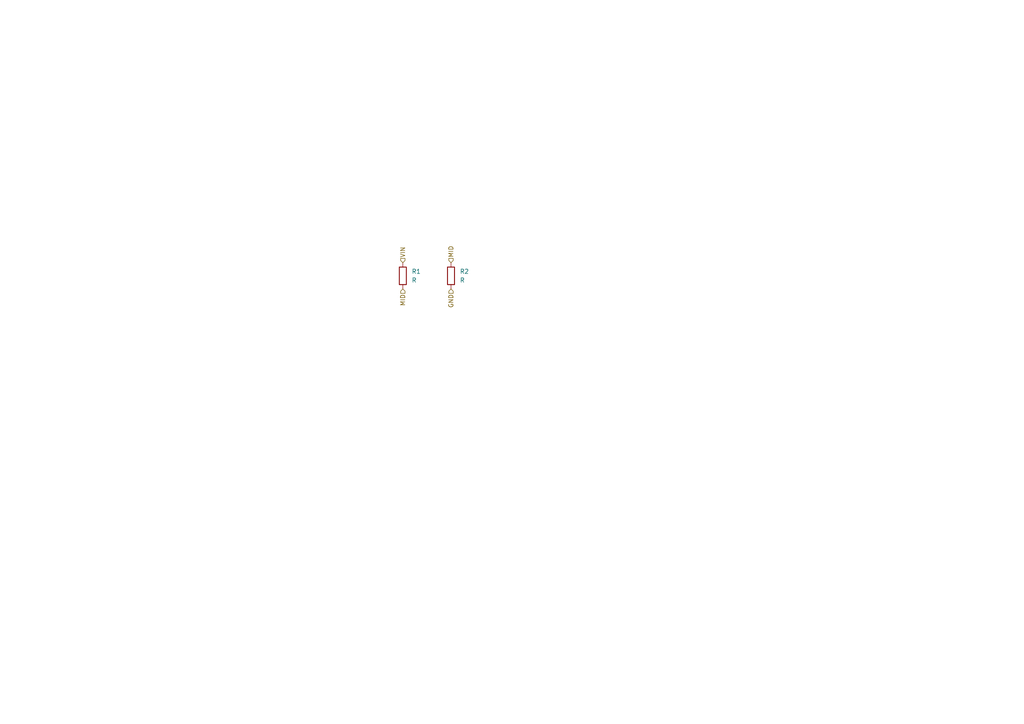
<source format=kicad_sch>
(kicad_sch (version 20250114) (generator "eeschema") (generator_version "9.0")
  (paper "A4")
  (lib_symbols
    (symbol "Device:R" (pin_numbers (hide yes)) (pin_names (offset 0))
      (property "Reference" "R" (at 2.032 0 90))
      (property "Value" "R" (at 0 0 90))
      (symbol "R_0_1"
        (rectangle (start -1.016 -2.54) (end 1.016 2.54) (stroke (width 0.254)))
      )
      (symbol "R_1_1"
        (pin passive line (at 0 3.81 270) (length 1.27) (name "~") (number "1"))
        (pin passive line (at 0 -3.81 90) (length 1.27) (name "~") (number "2"))
      )
    )
  )
  (hierarchical_label "MID" (shape input) (at 116.84 83.82 270))
  (hierarchical_label "MID" (shape input) (at 130.81 76.2 90))
  (hierarchical_label "GND" (shape input) (at 130.81 83.82 270))
  (hierarchical_label "VIN" (shape input) (at 116.84 76.2 90))
  (symbol (lib_id "Device:R") (at 116.84 80.01 0) (unit 1)
    (property "Reference" "R1" (at 119.38 78.7399 0) (effects (justify left)))
    (property "Value" "R" (at 119.38 81.2799 0) (effects (justify left)))
    (property "Description" "Resistor" (effects (hide yes)))
  )
  (symbol (lib_id "Device:R") (at 130.81 80.01 0) (unit 1)
    (property "Reference" "R2" (at 133.35 78.7399 0) (effects (justify left)))
    (property "Value" "R" (at 133.35 81.2799 0) (effects (justify left)))
    (property "Description" "Resistor" (effects (hide yes)))
  )
)
</source>
